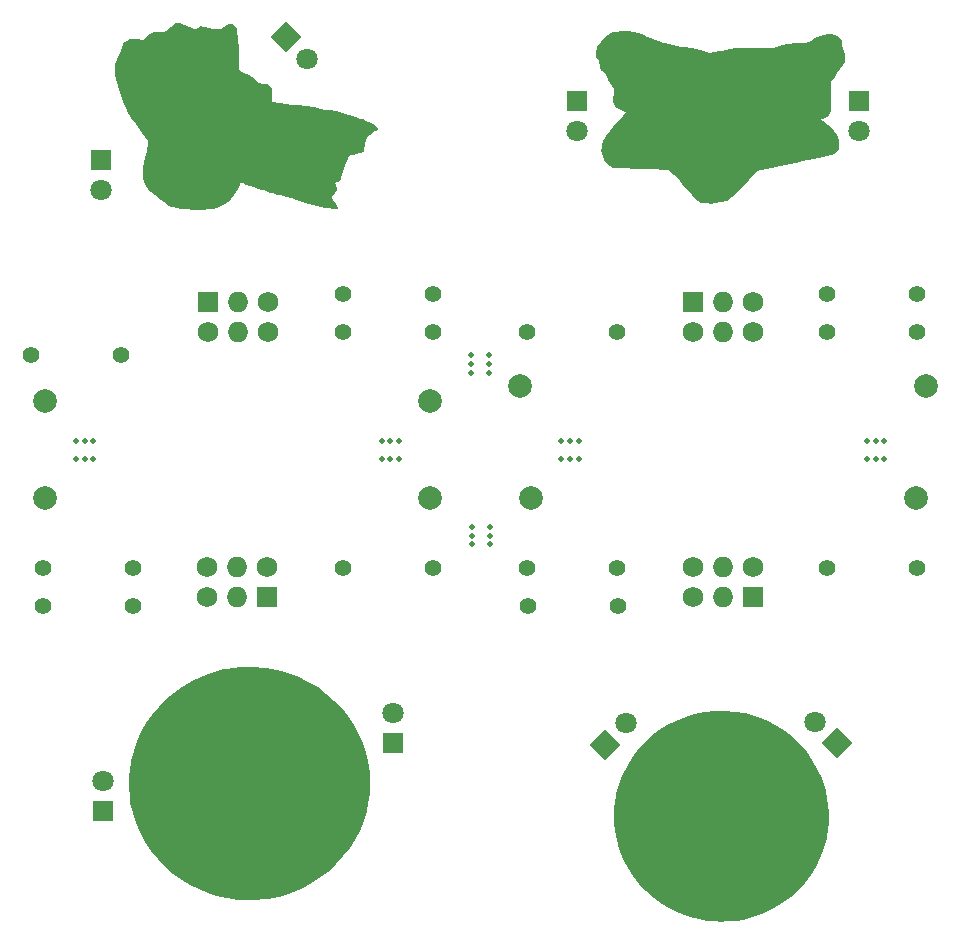
<source format=gbs>
G04 #@! TF.GenerationSoftware,KiCad,Pcbnew,7.0.10*
G04 #@! TF.CreationDate,2024-06-20T08:36:21-05:00*
G04 #@! TF.ProjectId,g0dzilla_vs_sao1,6730647a-696c-46c6-915f-76735f73616f,1*
G04 #@! TF.SameCoordinates,Original*
G04 #@! TF.FileFunction,Soldermask,Bot*
G04 #@! TF.FilePolarity,Negative*
%FSLAX46Y46*%
G04 Gerber Fmt 4.6, Leading zero omitted, Abs format (unit mm)*
G04 Created by KiCad (PCBNEW 7.0.10) date 2024-06-20 08:36:21*
%MOMM*%
%LPD*%
G01*
G04 APERTURE LIST*
G04 Aperture macros list*
%AMRotRect*
0 Rectangle, with rotation*
0 The origin of the aperture is its center*
0 $1 length*
0 $2 width*
0 $3 Rotation angle, in degrees counterclockwise*
0 Add horizontal line*
21,1,$1,$2,0,0,$3*%
G04 Aperture macros list end*
%ADD10R,1.800000X1.800000*%
%ADD11C,1.800000*%
%ADD12C,2.000000*%
%ADD13C,1.400000*%
%ADD14R,1.727200X1.727200*%
%ADD15C,1.727200*%
%ADD16O,1.727200X1.727200*%
%ADD17C,0.500000*%
%ADD18RotRect,1.800000X1.800000X315.000000*%
%ADD19RotRect,1.800000X1.800000X45.000000*%
%ADD20RotRect,1.800000X1.800000X135.000000*%
G04 APERTURE END LIST*
G36*
X131615048Y-132181610D02*
G01*
X132473762Y-132329094D01*
X132752148Y-132395406D01*
X133577580Y-132648819D01*
X134369083Y-132976845D01*
X135122016Y-133375185D01*
X135831741Y-133839538D01*
X136493618Y-134365607D01*
X137103007Y-134949090D01*
X137655269Y-135585687D01*
X138145766Y-136271100D01*
X138569856Y-137001029D01*
X138922902Y-137771174D01*
X139111335Y-138289004D01*
X139293277Y-138909978D01*
X139422062Y-139511164D01*
X139502130Y-140120950D01*
X139537923Y-140767723D01*
X139540841Y-141034958D01*
X139537767Y-141301091D01*
X139529337Y-141571394D01*
X139516734Y-141818704D01*
X139501142Y-142015855D01*
X139496126Y-142060616D01*
X139348374Y-142916468D01*
X139122038Y-143743711D01*
X138820315Y-144538246D01*
X138446406Y-145295977D01*
X138003509Y-146012805D01*
X137494823Y-146684634D01*
X136923546Y-147307365D01*
X136292879Y-147876901D01*
X135606019Y-148389145D01*
X134866166Y-148839999D01*
X134076518Y-149225366D01*
X133819375Y-149331983D01*
X133338657Y-149503068D01*
X132808528Y-149656965D01*
X132264572Y-149784533D01*
X131742374Y-149876631D01*
X131650117Y-149889165D01*
X131291986Y-149923589D01*
X130878507Y-149944180D01*
X130437087Y-149950982D01*
X129995130Y-149944039D01*
X129580043Y-149923397D01*
X129219232Y-149889101D01*
X129188740Y-149885130D01*
X128514957Y-149764376D01*
X127821138Y-149583430D01*
X127135939Y-149351446D01*
X126488017Y-149077578D01*
X126179160Y-148923671D01*
X125419086Y-148475856D01*
X124714084Y-147965939D01*
X124067126Y-147398187D01*
X123481182Y-146776868D01*
X122959226Y-146106248D01*
X122504229Y-145390597D01*
X122119162Y-144634181D01*
X121806997Y-143841268D01*
X121570706Y-143016124D01*
X121413260Y-142163019D01*
X121400009Y-142060616D01*
X121377922Y-141811517D01*
X121363773Y-141502539D01*
X121357563Y-141158812D01*
X121359294Y-140805467D01*
X121368969Y-140467633D01*
X121386589Y-140170441D01*
X121399855Y-140031765D01*
X121537493Y-139194150D01*
X121754026Y-138381902D01*
X122045594Y-137599392D01*
X122408334Y-136850992D01*
X122838385Y-136141076D01*
X123331887Y-135474014D01*
X123884978Y-134854179D01*
X124493796Y-134285943D01*
X125154481Y-133773678D01*
X125863170Y-133321757D01*
X126616004Y-132934552D01*
X127409119Y-132616434D01*
X128143987Y-132395406D01*
X128995568Y-132221398D01*
X129865143Y-132127762D01*
X130741906Y-132114500D01*
X131615048Y-132181610D01*
G37*
G36*
X91047767Y-128427266D02*
G01*
X91540308Y-128450076D01*
X91988991Y-128491854D01*
X92414096Y-128555678D01*
X92835898Y-128644625D01*
X93274675Y-128761774D01*
X93750705Y-128910202D01*
X93778152Y-128919262D01*
X94645643Y-129249215D01*
X95472639Y-129650022D01*
X96254802Y-130117962D01*
X96987798Y-130649314D01*
X97667292Y-131240357D01*
X98288949Y-131887369D01*
X98848433Y-132586630D01*
X99341408Y-133334417D01*
X99705905Y-134007445D01*
X100021046Y-134704551D01*
X100268980Y-135381135D01*
X100454608Y-136057258D01*
X100582830Y-136752983D01*
X100658547Y-137488372D01*
X100682108Y-138004034D01*
X100686309Y-138574747D01*
X100665790Y-139088043D01*
X100617970Y-139568963D01*
X100540265Y-140042550D01*
X100430094Y-140533844D01*
X100415168Y-140592840D01*
X100157737Y-141449395D01*
X99834829Y-142256431D01*
X99442864Y-143020174D01*
X98978263Y-143746850D01*
X98437448Y-144442686D01*
X97816841Y-145113908D01*
X97816006Y-145114742D01*
X97127491Y-145746814D01*
X96403219Y-146302252D01*
X95638489Y-146783953D01*
X94828601Y-147194811D01*
X93968853Y-147537722D01*
X93777084Y-147602839D01*
X93307524Y-147749711D01*
X92876849Y-147865588D01*
X92463727Y-147953883D01*
X92046829Y-148018010D01*
X91604823Y-148061383D01*
X91116379Y-148087416D01*
X90683194Y-148097972D01*
X90387011Y-148101517D01*
X90111607Y-148103254D01*
X89871025Y-148103218D01*
X89679304Y-148101445D01*
X89550485Y-148097967D01*
X89509244Y-148095079D01*
X88602550Y-147957182D01*
X87755772Y-147767835D01*
X86957948Y-147523189D01*
X86198115Y-147219394D01*
X85465311Y-146852598D01*
X84761731Y-146427591D01*
X84017085Y-145889937D01*
X83330369Y-145292990D01*
X82704652Y-144641364D01*
X82143003Y-143939675D01*
X81648489Y-143192538D01*
X81224178Y-142404568D01*
X80873139Y-141580379D01*
X80598441Y-140724589D01*
X80410244Y-139882353D01*
X80366036Y-139568249D01*
X80331560Y-139193134D01*
X80307571Y-138780902D01*
X80294825Y-138355447D01*
X80294077Y-137940662D01*
X80306083Y-137560443D01*
X80327764Y-137273730D01*
X80462050Y-136390948D01*
X80675448Y-135533624D01*
X80964452Y-134705673D01*
X81325561Y-133911013D01*
X81755268Y-133153556D01*
X82250071Y-132437219D01*
X82806466Y-131765917D01*
X83420948Y-131143565D01*
X84090013Y-130574079D01*
X84810158Y-130061373D01*
X85577879Y-129609363D01*
X86389670Y-129221963D01*
X87242030Y-128903091D01*
X88015126Y-128684153D01*
X88361408Y-128603590D01*
X88669368Y-128540769D01*
X88958331Y-128493631D01*
X89247625Y-128460117D01*
X89556578Y-128438167D01*
X89904516Y-128425722D01*
X90310767Y-128420723D01*
X90491093Y-128420346D01*
X91047767Y-128427266D01*
G37*
G36*
X122635589Y-74575919D02*
G01*
X123011892Y-74628120D01*
X123375378Y-74708846D01*
X123699405Y-74812544D01*
X123884229Y-74893660D01*
X124167789Y-75028818D01*
X124498245Y-75172288D01*
X124846042Y-75312235D01*
X125181624Y-75436823D01*
X125475433Y-75534217D01*
X125508696Y-75544168D01*
X125732513Y-75603756D01*
X126021151Y-75671073D01*
X126354838Y-75742304D01*
X126713800Y-75813630D01*
X127078265Y-75881235D01*
X127428461Y-75941304D01*
X127744615Y-75990018D01*
X127972101Y-76019681D01*
X128595314Y-76125785D01*
X129212049Y-76296951D01*
X129262309Y-76314030D01*
X129506634Y-76398317D01*
X130208591Y-76275198D01*
X130465546Y-76228210D01*
X130713452Y-76179431D01*
X130931142Y-76133272D01*
X131097449Y-76094139D01*
X131159560Y-76077144D01*
X131231043Y-76058188D01*
X131313550Y-76042543D01*
X131415849Y-76029842D01*
X131546710Y-76019722D01*
X131714900Y-76011817D01*
X131929189Y-76005762D01*
X132198347Y-76001191D01*
X132531141Y-75997741D01*
X132936340Y-75995045D01*
X133158824Y-75993913D01*
X134909076Y-75985618D01*
X135293278Y-75856196D01*
X135646326Y-75746496D01*
X135965943Y-75670164D01*
X136282799Y-75622344D01*
X136627564Y-75598178D01*
X136957723Y-75592605D01*
X137226118Y-75591089D01*
X137430455Y-75582695D01*
X137592050Y-75561659D01*
X137732214Y-75522216D01*
X137872264Y-75458601D01*
X138033511Y-75365048D01*
X138208425Y-75254306D01*
X138518920Y-75073429D01*
X138805788Y-74950100D01*
X139097869Y-74874511D01*
X139424001Y-74836856D01*
X139438584Y-74835975D01*
X139795793Y-74841566D01*
X140094504Y-74902261D01*
X140332023Y-75016212D01*
X140505656Y-75181575D01*
X140612708Y-75396504D01*
X140650485Y-75659154D01*
X140650519Y-75666094D01*
X140668178Y-75783239D01*
X140713193Y-75934705D01*
X140750797Y-76029825D01*
X140829388Y-76245086D01*
X140891526Y-76486903D01*
X140931395Y-76725104D01*
X140943178Y-76929520D01*
X140937983Y-77000861D01*
X140880284Y-77220032D01*
X140776162Y-77426650D01*
X140642421Y-77590492D01*
X140584036Y-77637527D01*
X140465471Y-77752713D01*
X140334586Y-77940946D01*
X140255970Y-78079620D01*
X140152256Y-78260969D01*
X140039001Y-78437331D01*
X139936961Y-78576842D01*
X139915269Y-78602647D01*
X139818447Y-78723223D01*
X139743080Y-78835405D01*
X139716956Y-78886914D01*
X139706962Y-78957209D01*
X139699520Y-79101607D01*
X139694795Y-79308870D01*
X139692953Y-79567755D01*
X139694158Y-79867022D01*
X139698100Y-80168298D01*
X139703702Y-80522079D01*
X139706650Y-80801011D01*
X139706531Y-81015596D01*
X139702927Y-81176333D01*
X139695423Y-81293722D01*
X139683605Y-81378264D01*
X139667056Y-81440459D01*
X139645803Y-81489939D01*
X139525780Y-81679638D01*
X139376210Y-81816667D01*
X139176596Y-81916301D01*
X139000407Y-81970853D01*
X138822830Y-82017311D01*
X139271004Y-82358824D01*
X139472489Y-82519021D01*
X139678966Y-82694440D01*
X139864637Y-82862567D01*
X139990800Y-82987097D01*
X140153097Y-83174255D01*
X140266762Y-83350925D01*
X140339598Y-83539185D01*
X140379408Y-83761112D01*
X140393995Y-84038782D01*
X140394622Y-84129624D01*
X140392447Y-84327103D01*
X140382794Y-84463285D01*
X140360970Y-84562206D01*
X140322283Y-84647901D01*
X140279941Y-84717086D01*
X140183006Y-84838419D01*
X140073958Y-84935698D01*
X140034479Y-84960065D01*
X139972665Y-84979514D01*
X139834083Y-85015408D01*
X139625427Y-85066211D01*
X139353392Y-85130388D01*
X139024675Y-85206407D01*
X138645969Y-85292731D01*
X138223970Y-85387827D01*
X137765373Y-85490160D01*
X137276874Y-85598195D01*
X136765166Y-85710399D01*
X136671183Y-85730905D01*
X133438667Y-86435631D01*
X132760000Y-87170000D01*
X132140000Y-87860000D01*
X131680000Y-88250000D01*
X131340000Y-88610000D01*
X130910000Y-88930000D01*
X130290000Y-89050000D01*
X129590000Y-89220000D01*
X129300000Y-89150000D01*
X129140000Y-89140000D01*
X128710000Y-89140000D01*
X128180000Y-88780000D01*
X127790000Y-88190000D01*
X127230000Y-87700000D01*
X126820000Y-87110000D01*
X126470000Y-86720000D01*
X125991799Y-86310912D01*
X125467308Y-86293089D01*
X124941370Y-86274574D01*
X124421692Y-86255649D01*
X123915981Y-86236595D01*
X123431945Y-86217696D01*
X122977292Y-86199232D01*
X122559727Y-86181487D01*
X122186960Y-86164740D01*
X121866697Y-86149276D01*
X121606645Y-86135374D01*
X121414512Y-86123319D01*
X121298005Y-86113390D01*
X121281020Y-86111187D01*
X121167001Y-86065367D01*
X121021990Y-85966830D01*
X120864592Y-85832352D01*
X120713412Y-85678712D01*
X120587053Y-85522687D01*
X120530682Y-85434530D01*
X120406495Y-85173872D01*
X120323391Y-84917633D01*
X120289813Y-84692679D01*
X120289525Y-84667102D01*
X120311284Y-84443149D01*
X120367012Y-84180124D01*
X120447243Y-83912459D01*
X120542510Y-83674585D01*
X120585561Y-83590355D01*
X120760135Y-83310230D01*
X120988925Y-82992683D01*
X121259352Y-82653470D01*
X121558840Y-82308348D01*
X121874811Y-81973073D01*
X121883803Y-81963950D01*
X122088637Y-81752406D01*
X122230687Y-81596371D01*
X122310972Y-81494621D01*
X122330514Y-81445935D01*
X122320224Y-81441009D01*
X122247429Y-81419563D01*
X122123207Y-81362759D01*
X121967633Y-81281899D01*
X121800780Y-81188285D01*
X121642722Y-81093219D01*
X121513534Y-81008002D01*
X121433289Y-80943936D01*
X121428657Y-80939049D01*
X121306223Y-80744884D01*
X121242131Y-80513234D01*
X121241225Y-80273155D01*
X121288246Y-80096933D01*
X121322424Y-79975142D01*
X121348680Y-79808613D01*
X121359467Y-79669504D01*
X121369668Y-79388114D01*
X121172384Y-79187251D01*
X121011566Y-78987562D01*
X120861363Y-78723206D01*
X120802341Y-78596409D01*
X120729188Y-78427811D01*
X120671360Y-78287934D01*
X120636383Y-78195361D01*
X120629465Y-78169518D01*
X120595327Y-78128010D01*
X120509994Y-78068551D01*
X120472839Y-78047227D01*
X120322875Y-77946458D01*
X120223700Y-77825685D01*
X120163629Y-77663847D01*
X120130974Y-77439886D01*
X120130099Y-77429646D01*
X120111431Y-77256794D01*
X120083670Y-77139649D01*
X120036218Y-77048554D01*
X119961086Y-76956736D01*
X119885234Y-76866074D01*
X119842438Y-76785509D01*
X119823332Y-76685037D01*
X119818550Y-76534656D01*
X119818488Y-76499942D01*
X119830290Y-76272593D01*
X119870722Y-76068559D01*
X119947322Y-75872941D01*
X120067627Y-75670841D01*
X120239173Y-75447360D01*
X120469500Y-75187599D01*
X120497822Y-75157162D01*
X120666441Y-74988803D01*
X120820935Y-74857287D01*
X120944306Y-74776809D01*
X120963777Y-74768077D01*
X121244586Y-74679770D01*
X121582486Y-74612470D01*
X121950844Y-74570453D01*
X122273110Y-74557798D01*
X122635589Y-74575919D01*
G37*
G36*
X84415979Y-73859031D02*
G01*
X84563115Y-73904725D01*
X84750389Y-73972932D01*
X84959052Y-74057147D01*
X85011757Y-74079677D01*
X85231950Y-74171211D01*
X85444134Y-74252867D01*
X85626353Y-74316620D01*
X85756654Y-74354442D01*
X85772467Y-74357794D01*
X85906144Y-74378134D01*
X85998932Y-74368492D01*
X86092692Y-74319917D01*
X86156668Y-74275628D01*
X86328908Y-74152669D01*
X87038360Y-74286415D01*
X87356524Y-74344567D01*
X87605294Y-74383337D01*
X87798723Y-74401409D01*
X87950863Y-74397467D01*
X88075764Y-74370193D01*
X88187481Y-74318273D01*
X88300063Y-74240389D01*
X88399749Y-74158881D01*
X88547716Y-74039405D01*
X88657067Y-73968750D01*
X88749586Y-73935391D01*
X88836637Y-73927732D01*
X89022155Y-73966871D01*
X89191648Y-74072095D01*
X89316053Y-74225111D01*
X89319532Y-74231680D01*
X89393552Y-74424803D01*
X89457083Y-74694611D01*
X89509307Y-75032962D01*
X89549406Y-75431713D01*
X89576562Y-75882720D01*
X89589958Y-76377841D01*
X89588776Y-76908932D01*
X89588728Y-76911913D01*
X89573278Y-77868364D01*
X90063329Y-78075387D01*
X90288377Y-78173984D01*
X90456569Y-78258746D01*
X90591528Y-78344352D01*
X90716873Y-78445479D01*
X90831732Y-78552885D01*
X91013179Y-78727264D01*
X91150525Y-78850197D01*
X91260145Y-78930504D01*
X91358414Y-78977006D01*
X91461706Y-78998524D01*
X91586397Y-79003877D01*
X91667656Y-79003163D01*
X91838721Y-79004398D01*
X91953788Y-79018974D01*
X92041994Y-79053785D01*
X92127555Y-79111958D01*
X92245150Y-79215286D01*
X92329165Y-79328471D01*
X92384767Y-79467756D01*
X92417125Y-79649384D01*
X92431404Y-79889599D01*
X92433446Y-80073488D01*
X92433446Y-80605632D01*
X93628740Y-80724757D01*
X94120585Y-80778756D01*
X94677288Y-80848709D01*
X95280358Y-80932066D01*
X95911303Y-81026279D01*
X96510252Y-81121960D01*
X97003388Y-81204302D01*
X97425613Y-81277841D01*
X97790504Y-81346098D01*
X98111634Y-81412593D01*
X98402577Y-81480846D01*
X98676909Y-81554378D01*
X98948203Y-81636708D01*
X99230034Y-81731358D01*
X99535976Y-81841848D01*
X99879605Y-81971697D01*
X100070498Y-82045254D01*
X100372165Y-82164531D01*
X100608200Y-82264551D01*
X100794035Y-82352860D01*
X100945098Y-82437007D01*
X101076820Y-82524538D01*
X101127915Y-82562467D01*
X101275012Y-82678142D01*
X101354507Y-82761497D01*
X101365356Y-82830106D01*
X101306514Y-82901544D01*
X101176937Y-82993385D01*
X101099328Y-83043451D01*
X100855746Y-83205707D01*
X100675561Y-83342648D01*
X100545926Y-83467379D01*
X100453993Y-83593005D01*
X100386915Y-83732632D01*
X100365196Y-83792301D01*
X100257977Y-84183396D01*
X100217008Y-84536869D01*
X100216591Y-84607005D01*
X100214599Y-84711363D01*
X100206845Y-84767602D01*
X100203986Y-84770757D01*
X100159077Y-84780827D01*
X100049743Y-84807996D01*
X99894146Y-84847698D01*
X99769099Y-84880067D01*
X99485031Y-84954080D01*
X99272006Y-85011001D01*
X99118552Y-85055657D01*
X99013196Y-85092875D01*
X98944465Y-85127483D01*
X98900886Y-85164309D01*
X98870988Y-85208179D01*
X98843296Y-85263921D01*
X98839851Y-85271069D01*
X98793171Y-85379153D01*
X98727121Y-85547485D01*
X98647455Y-85759803D01*
X98559931Y-85999843D01*
X98470306Y-86251343D01*
X98384336Y-86498039D01*
X98307778Y-86723668D01*
X98246390Y-86911965D01*
X98205928Y-87046669D01*
X98193933Y-87095829D01*
X98128101Y-87252303D01*
X98006444Y-87347896D01*
X97866804Y-87374790D01*
X97797848Y-87376856D01*
X97762447Y-87394876D01*
X97757367Y-87446586D01*
X97779370Y-87549720D01*
X97812269Y-87673614D01*
X97857199Y-87861635D01*
X97868197Y-87995828D01*
X97839808Y-88102853D01*
X97766578Y-88209373D01*
X97684202Y-88299493D01*
X97562729Y-88446411D01*
X97505112Y-88578795D01*
X97512179Y-88713518D01*
X97584757Y-88867455D01*
X97721222Y-89054438D01*
X97823292Y-89202947D01*
X97905839Y-89362449D01*
X97954517Y-89502881D01*
X97961681Y-89558303D01*
X97920265Y-89584213D01*
X97797522Y-89592824D01*
X97595709Y-89584244D01*
X97317084Y-89558585D01*
X96963903Y-89515955D01*
X96890380Y-89506192D01*
X96187552Y-89383081D01*
X95518663Y-89204358D01*
X95058824Y-89044274D01*
X94782019Y-88945888D01*
X94438977Y-88834827D01*
X94046966Y-88716211D01*
X93623254Y-88595159D01*
X93185106Y-88476791D01*
X92885358Y-88399851D01*
X92648050Y-88339142D01*
X92436245Y-88282740D01*
X92265382Y-88234930D01*
X92150899Y-88199998D01*
X92112033Y-88185216D01*
X92051283Y-88161792D01*
X91921631Y-88117848D01*
X91735916Y-88057530D01*
X91506974Y-87984979D01*
X91247642Y-87904340D01*
X91126506Y-87867147D01*
X90858488Y-87784537D01*
X90615778Y-87708516D01*
X90411058Y-87643155D01*
X90257010Y-87592523D01*
X90166318Y-87560692D01*
X90149580Y-87553599D01*
X90073480Y-87510307D01*
X89962937Y-87444858D01*
X89929678Y-87424799D01*
X89773809Y-87330348D01*
X89689793Y-87576687D01*
X89619032Y-87738680D01*
X89507299Y-87941736D01*
X89366509Y-88168748D01*
X89208580Y-88402611D01*
X89045426Y-88626218D01*
X88888965Y-88822465D01*
X88751112Y-88974245D01*
X88661658Y-89052572D01*
X88224744Y-89313388D01*
X87745516Y-89504723D01*
X87383949Y-89595594D01*
X87219340Y-89624471D01*
X87056789Y-89645948D01*
X86880131Y-89660927D01*
X86673199Y-89670309D01*
X86419827Y-89674998D01*
X86103849Y-89675895D01*
X85953865Y-89675382D01*
X85576949Y-89670815D01*
X85243716Y-89661151D01*
X84965576Y-89646921D01*
X84753943Y-89628658D01*
X84657631Y-89614910D01*
X84332044Y-89549368D01*
X84061153Y-89482546D01*
X83854607Y-89417166D01*
X83722058Y-89355949D01*
X83709384Y-89347458D01*
X83612268Y-89281471D01*
X83481511Y-89196795D01*
X83415116Y-89155055D01*
X83215248Y-89020294D01*
X82975401Y-88841920D01*
X82716214Y-88636446D01*
X82458326Y-88420382D01*
X82222376Y-88210239D01*
X82154417Y-88146503D01*
X81934558Y-87919558D01*
X81762872Y-87697320D01*
X81625535Y-87469859D01*
X81429416Y-87110073D01*
X81459241Y-86591423D01*
X81498781Y-86178829D01*
X81569545Y-85723740D01*
X81665298Y-85260382D01*
X81779805Y-84822982D01*
X81783993Y-84808843D01*
X81840808Y-84545378D01*
X81867077Y-84261754D01*
X81867899Y-84207654D01*
X81867899Y-83888545D01*
X81392950Y-83187718D01*
X81218581Y-82934109D01*
X81032764Y-82670140D01*
X80850931Y-82417317D01*
X80688516Y-82197149D01*
X80583737Y-82060000D01*
X80460486Y-81899013D01*
X80360073Y-81756463D01*
X80272735Y-81614532D01*
X80188710Y-81455403D01*
X80098234Y-81261260D01*
X79991545Y-81014284D01*
X79928773Y-80864706D01*
X79710372Y-80302925D01*
X79502203Y-79692935D01*
X79350591Y-79191443D01*
X79265890Y-78891840D01*
X79202121Y-78658181D01*
X79156322Y-78474442D01*
X79125528Y-78324601D01*
X79106776Y-78192635D01*
X79097104Y-78062521D01*
X79093547Y-77918236D01*
X79093110Y-77799233D01*
X79093110Y-77311884D01*
X79493655Y-76398884D01*
X79894200Y-75485883D01*
X80101974Y-75362922D01*
X80309748Y-75239960D01*
X80911507Y-75267989D01*
X81513266Y-75296017D01*
X81823838Y-75017534D01*
X82042379Y-74838319D01*
X82238110Y-74721375D01*
X82435093Y-74657615D01*
X82657391Y-74637950D01*
X82813835Y-74643596D01*
X83045242Y-74646958D01*
X83240042Y-74616364D01*
X83418124Y-74543014D01*
X83599378Y-74418102D01*
X83803693Y-74232827D01*
X83853266Y-74183540D01*
X84010589Y-74029232D01*
X84125356Y-73928350D01*
X84211857Y-73870619D01*
X84284381Y-73845763D01*
X84327730Y-73842353D01*
X84415979Y-73859031D01*
G37*
D10*
X77875000Y-85500000D03*
D11*
X77875000Y-88040000D03*
D12*
X73200000Y-114100000D03*
X73200000Y-105900000D03*
D13*
X106000000Y-100000000D03*
X98380000Y-100000000D03*
D12*
X105800000Y-114100000D03*
D10*
X142100000Y-80500000D03*
D11*
X142100000Y-83040000D03*
D14*
X92000000Y-122480000D03*
D15*
X92000000Y-119940000D03*
D16*
X89460000Y-122480000D03*
X89460000Y-119940000D03*
D15*
X86920000Y-122480000D03*
X86920000Y-119940000D03*
D13*
X80610000Y-123250000D03*
X72990000Y-123250000D03*
D12*
X146900000Y-114100000D03*
D14*
X128060000Y-97520000D03*
D15*
X128060000Y-100060000D03*
D16*
X130600000Y-97520000D03*
X130600000Y-100060000D03*
D15*
X133140000Y-97520000D03*
X133140000Y-100060000D03*
D17*
X75770000Y-109250000D03*
X75770000Y-110750000D03*
X76520000Y-109250000D03*
X76520000Y-110750000D03*
X77270000Y-109250000D03*
X77270000Y-110750000D03*
X101670000Y-109250000D03*
X101670000Y-110750000D03*
X102420000Y-109250000D03*
X102420000Y-110750000D03*
X103170000Y-109250000D03*
X103170000Y-110750000D03*
X109260000Y-101980000D03*
X109260000Y-102730000D03*
X109260000Y-103480000D03*
X109310000Y-116520000D03*
X109310000Y-117270000D03*
X109310000Y-118020000D03*
X110760000Y-101980000D03*
X110760000Y-102730000D03*
X110760000Y-103480000D03*
X110810000Y-116520000D03*
X110810000Y-117270000D03*
X110810000Y-118020000D03*
X116850000Y-109250000D03*
X116850000Y-110750000D03*
X117600000Y-109250000D03*
X117600000Y-110750000D03*
X118350000Y-109250000D03*
X118350000Y-110750000D03*
X142750000Y-109250000D03*
X142750000Y-110750000D03*
X143500000Y-109250000D03*
X143500000Y-110750000D03*
X144250000Y-109250000D03*
X144250000Y-110750000D03*
D13*
X106000000Y-120000000D03*
X98380000Y-120000000D03*
X147000000Y-100000000D03*
X139380000Y-100000000D03*
X139370000Y-96790000D03*
X146990000Y-96790000D03*
D18*
X93598439Y-75098439D03*
D11*
X95394490Y-76894490D03*
D13*
X121650000Y-123250000D03*
X114030000Y-123250000D03*
D14*
X86990000Y-97520000D03*
D15*
X86990000Y-100060000D03*
D16*
X89530000Y-97520000D03*
X89530000Y-100060000D03*
D15*
X92070000Y-97520000D03*
X92070000Y-100060000D03*
D12*
X147750000Y-104650000D03*
D10*
X118200000Y-80500000D03*
D11*
X118200000Y-83040000D03*
D19*
X120573439Y-134976561D03*
D11*
X122369490Y-133180510D03*
D13*
X114000000Y-100000000D03*
X121620000Y-100000000D03*
D12*
X113350000Y-104650000D03*
D10*
X102625000Y-134815000D03*
D11*
X102625000Y-132275000D03*
D20*
X140201561Y-134825000D03*
D11*
X138405510Y-133028949D03*
D13*
X114000000Y-120000000D03*
X121620000Y-120000000D03*
D14*
X133080000Y-122480000D03*
D15*
X133080000Y-119940000D03*
D16*
X130540000Y-122480000D03*
X130540000Y-119940000D03*
D15*
X128000000Y-122480000D03*
X128000000Y-119940000D03*
D13*
X147000000Y-120000000D03*
X139380000Y-120000000D03*
D10*
X78050000Y-140600000D03*
D11*
X78050000Y-138060000D03*
D12*
X114300000Y-114100000D03*
D13*
X98375000Y-96790000D03*
X105995000Y-96790000D03*
D12*
X105800000Y-105900000D03*
D13*
X73000000Y-120000000D03*
X80620000Y-120000000D03*
X72000000Y-102000000D03*
X79620000Y-102000000D03*
M02*

</source>
